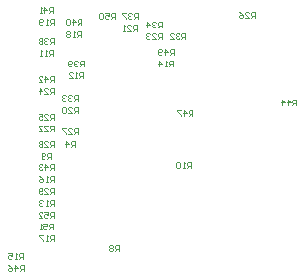
<source format=gbr>
%TF.GenerationSoftware,Altium Limited,Altium Designer,24.3.1 (35)*%
G04 Layer_Color=32768*
%FSLAX45Y45*%
%MOMM*%
%TF.SameCoordinates,49A6F1C3-9DA9-4727-8ECF-3BB51FF8743F*%
%TF.FilePolarity,Positive*%
%TF.FileFunction,Other,Bottom_Designator*%
%TF.Part,Single*%
G01*
G75*
%TA.AperFunction,NonConductor*%
%ADD124C,0.10000*%
D124*
X1261653Y395008D02*
Y444992D01*
X1236661D01*
X1228331Y436661D01*
Y420000D01*
X1236661Y411669D01*
X1261653D01*
X1244992D02*
X1228331Y395008D01*
X1211669Y436661D02*
X1203339Y444992D01*
X1186678D01*
X1178347Y436661D01*
Y428331D01*
X1186678Y420000D01*
X1178347Y411669D01*
Y403339D01*
X1186678Y395008D01*
X1203339D01*
X1211669Y403339D01*
Y411669D01*
X1203339Y420000D01*
X1211669Y428331D01*
Y436661D01*
X1203339Y420000D02*
X1186678D01*
X691653Y1175008D02*
Y1224992D01*
X666661D01*
X658330Y1216662D01*
Y1200000D01*
X666661Y1191669D01*
X691653D01*
X674992D02*
X658330Y1175008D01*
X641669Y1183339D02*
X633339Y1175008D01*
X616677D01*
X608347Y1183339D01*
Y1216662D01*
X616677Y1224992D01*
X633339D01*
X641669Y1216662D01*
Y1208331D01*
X633339Y1200000D01*
X608347D01*
X1872480Y1095008D02*
Y1144992D01*
X1847488D01*
X1839157Y1136661D01*
Y1120000D01*
X1847488Y1111669D01*
X1872480D01*
X1855818D02*
X1839157Y1095008D01*
X1822496D02*
X1805835D01*
X1814165D01*
Y1144992D01*
X1822496Y1136661D01*
X1780843D02*
X1772512Y1144992D01*
X1755851D01*
X1747520Y1136661D01*
Y1103339D01*
X1755851Y1095008D01*
X1772512D01*
X1780843Y1103339D01*
Y1136661D01*
X704149Y2045008D02*
Y2094992D01*
X679157D01*
X670826Y2086661D01*
Y2070000D01*
X679157Y2061669D01*
X704149D01*
X687488D02*
X670826Y2045008D01*
X654165D02*
X637504D01*
X645834D01*
Y2094992D01*
X654165Y2086661D01*
X612512Y2045008D02*
X595851D01*
X604181D01*
Y2094992D01*
X612512Y2086661D01*
X962480Y1855008D02*
Y1904992D01*
X937488D01*
X929157Y1896661D01*
Y1880000D01*
X937488Y1871669D01*
X962480D01*
X945819D02*
X929157Y1855008D01*
X912496D02*
X895835D01*
X904165D01*
Y1904992D01*
X912496Y1896661D01*
X837520Y1855008D02*
X870843D01*
X837520Y1888331D01*
Y1896661D01*
X845851Y1904992D01*
X862512D01*
X870843Y1896661D01*
X712480Y775008D02*
Y824992D01*
X687488D01*
X679157Y816661D01*
Y800000D01*
X687488Y791669D01*
X712480D01*
X695819D02*
X679157Y775008D01*
X662496D02*
X645835D01*
X654165D01*
Y824992D01*
X662496Y816661D01*
X620843D02*
X612512Y824992D01*
X595851D01*
X587520Y816661D01*
Y808331D01*
X595851Y800000D01*
X604182D01*
X595851D01*
X587520Y791669D01*
Y783339D01*
X595851Y775008D01*
X612512D01*
X620843Y783339D01*
X1722480Y1955008D02*
Y2004992D01*
X1697488D01*
X1689157Y1996661D01*
Y1980000D01*
X1697488Y1971669D01*
X1722480D01*
X1705819D02*
X1689157Y1955008D01*
X1672496D02*
X1655835D01*
X1664165D01*
Y2004992D01*
X1672496Y1996661D01*
X1605851Y1955008D02*
Y2004992D01*
X1630843Y1980000D01*
X1597520D01*
X452480Y325008D02*
Y374992D01*
X427488D01*
X419157Y366661D01*
Y350000D01*
X427488Y341669D01*
X452480D01*
X435819D02*
X419157Y325008D01*
X402496D02*
X385835D01*
X394165D01*
Y374992D01*
X402496Y366661D01*
X327520Y374992D02*
X360843D01*
Y350000D01*
X344182Y358331D01*
X335851D01*
X327520Y350000D01*
Y333339D01*
X335851Y325008D01*
X352512D01*
X360843Y333339D01*
X712480Y975008D02*
Y1024992D01*
X687488D01*
X679157Y1016661D01*
Y1000000D01*
X687488Y991669D01*
X712480D01*
X695819D02*
X679157Y975008D01*
X662496D02*
X645835D01*
X654165D01*
Y1024992D01*
X662496Y1016661D01*
X587520Y1024992D02*
X604182Y1016661D01*
X620843Y1000000D01*
Y983339D01*
X612512Y975008D01*
X595851D01*
X587520Y983339D01*
Y991669D01*
X595851Y1000000D01*
X620843D01*
X712480Y475008D02*
Y524992D01*
X687488D01*
X679157Y516661D01*
Y500000D01*
X687488Y491669D01*
X712480D01*
X695819D02*
X679157Y475008D01*
X662496D02*
X645835D01*
X654165D01*
Y524992D01*
X662496Y516661D01*
X620843Y524992D02*
X587520D01*
Y516661D01*
X620843Y483339D01*
Y475008D01*
X942480Y2205008D02*
Y2254992D01*
X917488D01*
X909157Y2246661D01*
Y2230000D01*
X917488Y2221669D01*
X942480D01*
X925819D02*
X909157Y2205008D01*
X892496D02*
X875835D01*
X884165D01*
Y2254992D01*
X892496Y2246661D01*
X850843D02*
X842512Y2254992D01*
X825851D01*
X817520Y2246661D01*
Y2238331D01*
X825851Y2230000D01*
X817520Y2221669D01*
Y2213339D01*
X825851Y2205008D01*
X842512D01*
X850843Y2213339D01*
Y2221669D01*
X842512Y2230000D01*
X850843Y2238331D01*
Y2246661D01*
X842512Y2230000D02*
X825851D01*
X712480Y2305008D02*
Y2354992D01*
X687488D01*
X679157Y2346661D01*
Y2330000D01*
X687488Y2321669D01*
X712480D01*
X695819D02*
X679157Y2305008D01*
X662496D02*
X645835D01*
X654165D01*
Y2354992D01*
X662496Y2346661D01*
X620843Y2313339D02*
X612512Y2305008D01*
X595851D01*
X587520Y2313339D01*
Y2346661D01*
X595851Y2354992D01*
X612512D01*
X620843Y2346661D01*
Y2338331D01*
X612512Y2330000D01*
X587520D01*
X916645Y1565008D02*
Y1614992D01*
X891653D01*
X883322Y1606662D01*
Y1590000D01*
X891653Y1581669D01*
X916645D01*
X899983D02*
X883322Y1565008D01*
X833338D02*
X866661D01*
X833338Y1598331D01*
Y1606662D01*
X841669Y1614992D01*
X858330D01*
X866661Y1606662D01*
X816677D02*
X808347Y1614992D01*
X791685D01*
X783355Y1606662D01*
Y1573339D01*
X791685Y1565008D01*
X808347D01*
X816677Y1573339D01*
Y1606662D01*
X1418314Y2255008D02*
Y2304992D01*
X1393322D01*
X1384992Y2296661D01*
Y2280000D01*
X1393322Y2271669D01*
X1418314D01*
X1401653D02*
X1384992Y2255008D01*
X1335008D02*
X1368331D01*
X1335008Y2288331D01*
Y2296661D01*
X1343339Y2304992D01*
X1360000D01*
X1368331Y2296661D01*
X1318347Y2255008D02*
X1301686D01*
X1310016D01*
Y2304992D01*
X1318347Y2296661D01*
X716645Y1405008D02*
Y1454992D01*
X691653D01*
X683322Y1446661D01*
Y1430000D01*
X691653Y1421669D01*
X716645D01*
X699984D02*
X683322Y1405008D01*
X633339D02*
X666661D01*
X633339Y1438331D01*
Y1446661D01*
X641669Y1454992D01*
X658330D01*
X666661Y1446661D01*
X583355Y1405008D02*
X616677D01*
X583355Y1438331D01*
Y1446661D01*
X591686Y1454992D01*
X608347D01*
X616677Y1446661D01*
X1626645Y2185008D02*
Y2234992D01*
X1601653D01*
X1593322Y2226661D01*
Y2210000D01*
X1601653Y2201669D01*
X1626645D01*
X1609984D02*
X1593322Y2185008D01*
X1543339D02*
X1576661D01*
X1543339Y2218331D01*
Y2226661D01*
X1551669Y2234992D01*
X1568331D01*
X1576661Y2226661D01*
X1526678D02*
X1518347Y2234992D01*
X1501686D01*
X1493355Y2226661D01*
Y2218331D01*
X1501686Y2210000D01*
X1510017D01*
X1501686D01*
X1493355Y2201669D01*
Y2193339D01*
X1501686Y2185008D01*
X1518347D01*
X1526678Y2193339D01*
X716645Y1725008D02*
Y1774992D01*
X691653D01*
X683322Y1766661D01*
Y1750000D01*
X691653Y1741669D01*
X716645D01*
X699984D02*
X683322Y1725008D01*
X633339D02*
X666661D01*
X633339Y1758331D01*
Y1766661D01*
X641669Y1774992D01*
X658330D01*
X666661Y1766661D01*
X591686Y1725008D02*
Y1774992D01*
X616677Y1750000D01*
X583355D01*
X716644Y1505008D02*
Y1554992D01*
X691653D01*
X683322Y1546661D01*
Y1530000D01*
X691653Y1521669D01*
X716644D01*
X699983D02*
X683322Y1505008D01*
X633338D02*
X666661D01*
X633338Y1538331D01*
Y1546661D01*
X641669Y1554992D01*
X658330D01*
X666661Y1546661D01*
X583355Y1554992D02*
X616677D01*
Y1530000D01*
X600016Y1538331D01*
X591685D01*
X583355Y1530000D01*
Y1513339D01*
X591685Y1505008D01*
X608347D01*
X616677Y1513339D01*
X2416645Y2365008D02*
Y2414992D01*
X2391653D01*
X2383322Y2406661D01*
Y2390000D01*
X2391653Y2381669D01*
X2416645D01*
X2399984D02*
X2383322Y2365008D01*
X2333339D02*
X2366661D01*
X2333339Y2398331D01*
Y2406661D01*
X2341669Y2414992D01*
X2358331D01*
X2366661Y2406661D01*
X2283355Y2414992D02*
X2300016Y2406661D01*
X2316678Y2390000D01*
Y2373339D01*
X2308347Y2365008D01*
X2291686D01*
X2283355Y2373339D01*
Y2381669D01*
X2291686Y2390000D01*
X2316678D01*
X916645Y1385008D02*
Y1434992D01*
X891653D01*
X883322Y1426661D01*
Y1410000D01*
X891653Y1401669D01*
X916645D01*
X899984D02*
X883322Y1385008D01*
X833339D02*
X866661D01*
X833339Y1418331D01*
Y1426661D01*
X841669Y1434992D01*
X858331D01*
X866661Y1426661D01*
X816678Y1434992D02*
X783355D01*
Y1426661D01*
X816678Y1393339D01*
Y1385008D01*
X716645Y1275008D02*
Y1324992D01*
X691653D01*
X683322Y1316661D01*
Y1300000D01*
X691653Y1291669D01*
X716645D01*
X699984D02*
X683322Y1275008D01*
X633339D02*
X666661D01*
X633339Y1308331D01*
Y1316661D01*
X641669Y1324992D01*
X658330D01*
X666661Y1316661D01*
X616677D02*
X608347Y1324992D01*
X591686D01*
X583355Y1316661D01*
Y1308331D01*
X591686Y1300000D01*
X583355Y1291669D01*
Y1283339D01*
X591686Y1275008D01*
X608347D01*
X616677Y1283339D01*
Y1291669D01*
X608347Y1300000D01*
X616677Y1308331D01*
Y1316661D01*
X608347Y1300000D02*
X591686D01*
X716645Y875008D02*
Y924992D01*
X691653D01*
X683322Y916661D01*
Y900000D01*
X691653Y891669D01*
X716645D01*
X699984D02*
X683322Y875008D01*
X633339D02*
X666661D01*
X633339Y908331D01*
Y916661D01*
X641669Y924992D01*
X658330D01*
X666661Y916661D01*
X616677Y883339D02*
X608347Y875008D01*
X591686D01*
X583355Y883339D01*
Y916661D01*
X591686Y924992D01*
X608347D01*
X616677Y916661D01*
Y908331D01*
X608347Y900000D01*
X583355D01*
X1826645Y2185008D02*
Y2234992D01*
X1801653D01*
X1793322Y2226661D01*
Y2210000D01*
X1801653Y2201669D01*
X1826645D01*
X1809984D02*
X1793322Y2185008D01*
X1776661Y2226661D02*
X1768330Y2234992D01*
X1751669D01*
X1743339Y2226661D01*
Y2218331D01*
X1751669Y2210000D01*
X1760000D01*
X1751669D01*
X1743339Y2201669D01*
Y2193339D01*
X1751669Y2185008D01*
X1768330D01*
X1776661Y2193339D01*
X1693355Y2185008D02*
X1726678D01*
X1693355Y2218331D01*
Y2226661D01*
X1701686Y2234992D01*
X1718347D01*
X1726678Y2226661D01*
X916645Y1665008D02*
Y1714992D01*
X891653D01*
X883322Y1706662D01*
Y1690000D01*
X891653Y1681669D01*
X916645D01*
X899983D02*
X883322Y1665008D01*
X866661Y1706662D02*
X858330Y1714992D01*
X841669D01*
X833338Y1706662D01*
Y1698331D01*
X841669Y1690000D01*
X850000D01*
X841669D01*
X833338Y1681669D01*
Y1673339D01*
X841669Y1665008D01*
X858330D01*
X866661Y1673339D01*
X816677Y1706662D02*
X808347Y1714992D01*
X791685D01*
X783355Y1706662D01*
Y1698331D01*
X791685Y1690000D01*
X800016D01*
X791685D01*
X783355Y1681669D01*
Y1673339D01*
X791685Y1665008D01*
X808347D01*
X816677Y1673339D01*
X1626645Y2285008D02*
Y2334992D01*
X1601653D01*
X1593322Y2326661D01*
Y2310000D01*
X1601653Y2301669D01*
X1626645D01*
X1609984D02*
X1593322Y2285008D01*
X1576661Y2326661D02*
X1568331Y2334992D01*
X1551669D01*
X1543339Y2326661D01*
Y2318331D01*
X1551669Y2310000D01*
X1560000D01*
X1551669D01*
X1543339Y2301669D01*
Y2293339D01*
X1551669Y2285008D01*
X1568331D01*
X1576661Y2293339D01*
X1501686Y2285008D02*
Y2334992D01*
X1526678Y2310000D01*
X1493355D01*
X1426645Y2355008D02*
Y2404992D01*
X1401653D01*
X1393322Y2396661D01*
Y2380000D01*
X1401653Y2371669D01*
X1426645D01*
X1409984D02*
X1393322Y2355008D01*
X1376661Y2396661D02*
X1368331Y2404992D01*
X1351669D01*
X1343339Y2396661D01*
Y2388331D01*
X1351669Y2380000D01*
X1360000D01*
X1351669D01*
X1343339Y2371669D01*
Y2363339D01*
X1351669Y2355008D01*
X1368331D01*
X1376661Y2363339D01*
X1326678Y2404992D02*
X1293355D01*
Y2396661D01*
X1326678Y2363339D01*
Y2355008D01*
X716645Y2145008D02*
Y2194992D01*
X691653D01*
X683322Y2186661D01*
Y2170000D01*
X691653Y2161669D01*
X716645D01*
X699984D02*
X683322Y2145008D01*
X666661Y2186661D02*
X658330Y2194992D01*
X641669D01*
X633339Y2186661D01*
Y2178331D01*
X641669Y2170000D01*
X650000D01*
X641669D01*
X633339Y2161669D01*
Y2153339D01*
X641669Y2145008D01*
X658330D01*
X666661Y2153339D01*
X616677Y2186661D02*
X608347Y2194992D01*
X591686D01*
X583355Y2186661D01*
Y2178331D01*
X591686Y2170000D01*
X583355Y2161669D01*
Y2153339D01*
X591686Y2145008D01*
X608347D01*
X616677Y2153339D01*
Y2161669D01*
X608347Y2170000D01*
X616677Y2178331D01*
Y2186661D01*
X608347Y2170000D02*
X591686D01*
X966645Y1955009D02*
Y2004992D01*
X941653D01*
X933322Y1996662D01*
Y1980000D01*
X941653Y1971670D01*
X966645D01*
X949984D02*
X933322Y1955009D01*
X916661Y1996662D02*
X908330Y2004992D01*
X891669D01*
X883339Y1996662D01*
Y1988331D01*
X891669Y1980000D01*
X900000D01*
X891669D01*
X883339Y1971670D01*
Y1963339D01*
X891669Y1955009D01*
X908330D01*
X916661Y1963339D01*
X866677D02*
X858347Y1955009D01*
X841686D01*
X833355Y1963339D01*
Y1996662D01*
X841686Y2004992D01*
X858347D01*
X866677Y1996662D01*
Y1988331D01*
X858347Y1980000D01*
X833355D01*
X946645Y2305008D02*
Y2354992D01*
X921653D01*
X913322Y2346661D01*
Y2330000D01*
X921653Y2321669D01*
X946645D01*
X929984D02*
X913322Y2305008D01*
X871669D02*
Y2354992D01*
X896661Y2330000D01*
X863339D01*
X846678Y2346661D02*
X838347Y2354992D01*
X821686D01*
X813355Y2346661D01*
Y2313339D01*
X821686Y2305008D01*
X838347D01*
X846678Y2313339D01*
Y2346661D01*
X708313Y2405007D02*
Y2454991D01*
X683321D01*
X674991Y2446660D01*
Y2429999D01*
X683321Y2421668D01*
X708313D01*
X691652D02*
X674991Y2405007D01*
X633338D02*
Y2454991D01*
X658330Y2429999D01*
X625007D01*
X608346Y2405007D02*
X591685D01*
X600015D01*
Y2454991D01*
X608346Y2446660D01*
X716645Y1825008D02*
Y1874992D01*
X691653D01*
X683322Y1866661D01*
Y1850000D01*
X691653Y1841669D01*
X716645D01*
X699984D02*
X683322Y1825008D01*
X641669D02*
Y1874992D01*
X666661Y1850000D01*
X633339D01*
X583355Y1825008D02*
X616677D01*
X583355Y1858331D01*
Y1866661D01*
X591686Y1874992D01*
X608347D01*
X616677Y1866661D01*
X716645Y1075008D02*
Y1124992D01*
X691653D01*
X683322Y1116661D01*
Y1100000D01*
X691653Y1091669D01*
X716645D01*
X699984D02*
X683322Y1075008D01*
X641669D02*
Y1124992D01*
X666661Y1100000D01*
X633339D01*
X616677Y1116661D02*
X608347Y1124992D01*
X591686D01*
X583355Y1116661D01*
Y1108331D01*
X591686Y1100000D01*
X600016D01*
X591686D01*
X583355Y1091669D01*
Y1083339D01*
X591686Y1075008D01*
X608347D01*
X616677Y1083339D01*
X2766645Y1625008D02*
Y1674992D01*
X2741653D01*
X2733322Y1666661D01*
Y1650000D01*
X2741653Y1641669D01*
X2766645D01*
X2749984D02*
X2733322Y1625008D01*
X2691669D02*
Y1674992D01*
X2716661Y1650000D01*
X2683339D01*
X2641686Y1625008D02*
Y1674992D01*
X2666678Y1650000D01*
X2633355D01*
X456645Y225008D02*
Y274992D01*
X431653D01*
X423322Y266661D01*
Y250000D01*
X431653Y241669D01*
X456645D01*
X439984D02*
X423322Y225008D01*
X381669D02*
Y274992D01*
X406661Y250000D01*
X373339D01*
X323355Y274992D02*
X340016Y266661D01*
X356677Y250000D01*
Y233339D01*
X348347Y225008D01*
X331686D01*
X323355Y233339D01*
Y241669D01*
X331686Y250000D01*
X356677D01*
X1886645Y1535008D02*
Y1584992D01*
X1861653D01*
X1853322Y1576661D01*
Y1560000D01*
X1861653Y1551669D01*
X1886645D01*
X1869984D02*
X1853322Y1535008D01*
X1811669D02*
Y1584992D01*
X1836661Y1560000D01*
X1803339D01*
X1786677Y1584992D02*
X1753355D01*
Y1576661D01*
X1786677Y1543339D01*
Y1535008D01*
X1726645Y2055008D02*
Y2104992D01*
X1701653D01*
X1693322Y2096661D01*
Y2080000D01*
X1701653Y2071669D01*
X1726645D01*
X1709984D02*
X1693322Y2055008D01*
X1651669D02*
Y2104992D01*
X1676661Y2080000D01*
X1643339D01*
X1626677Y2063339D02*
X1618347Y2055008D01*
X1601686D01*
X1593355Y2063339D01*
Y2096661D01*
X1601686Y2104992D01*
X1618347D01*
X1626677Y2096661D01*
Y2088331D01*
X1618347Y2080000D01*
X1593355D01*
X1226645Y2355008D02*
Y2404992D01*
X1201653D01*
X1193322Y2396661D01*
Y2380000D01*
X1201653Y2371669D01*
X1226645D01*
X1209984D02*
X1193322Y2355008D01*
X1143339Y2404992D02*
X1176661D01*
Y2380000D01*
X1160000Y2388331D01*
X1151669D01*
X1143339Y2380000D01*
Y2363339D01*
X1151669Y2355008D01*
X1168330D01*
X1176661Y2363339D01*
X1126677Y2396661D02*
X1118347Y2404992D01*
X1101686D01*
X1093355Y2396661D01*
Y2363339D01*
X1101686Y2355008D01*
X1118347D01*
X1126677Y2363339D01*
Y2396661D01*
X891653Y1275008D02*
Y1324992D01*
X866661D01*
X858331Y1316661D01*
Y1300000D01*
X866661Y1291669D01*
X891653D01*
X874992D02*
X858331Y1275008D01*
X816678D02*
Y1324992D01*
X841669Y1300000D01*
X808347D01*
X708314Y575008D02*
Y624992D01*
X683322D01*
X674992Y616661D01*
Y600000D01*
X683322Y591669D01*
X708314D01*
X691653D02*
X674992Y575008D01*
X625008Y624992D02*
X658330D01*
Y600000D01*
X641669Y608331D01*
X633339D01*
X625008Y600000D01*
Y583339D01*
X633339Y575008D01*
X650000D01*
X658330Y583339D01*
X608347Y575008D02*
X591686D01*
X600016D01*
Y624992D01*
X608347Y616661D01*
X716645Y675008D02*
Y724992D01*
X691653D01*
X683322Y716662D01*
Y700000D01*
X691653Y691669D01*
X716645D01*
X699984D02*
X683322Y675008D01*
X633339Y724992D02*
X666661D01*
Y700000D01*
X650000Y708331D01*
X641669D01*
X633339Y700000D01*
Y683339D01*
X641669Y675008D01*
X658330D01*
X666661Y683339D01*
X583355Y675008D02*
X616677D01*
X583355Y708331D01*
Y716662D01*
X591686Y724992D01*
X608347D01*
X616677Y716662D01*
%TF.MD5,330d4f58f9593e28cd9098c674cc3c06*%
M02*

</source>
